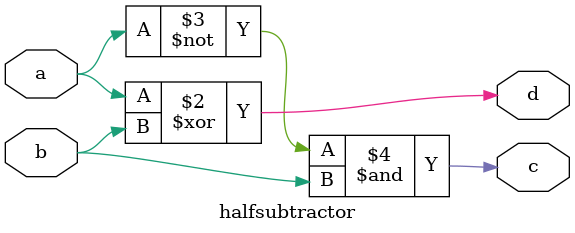
<source format=sv>
`timescale 1ps/1ps

module halfsubtractor (
    input logic a, b,
    output logic d, c
);
        always @(a, b) begin
            d <= a^b;
            c <= ~a&b;
        end   
endmodule
</source>
